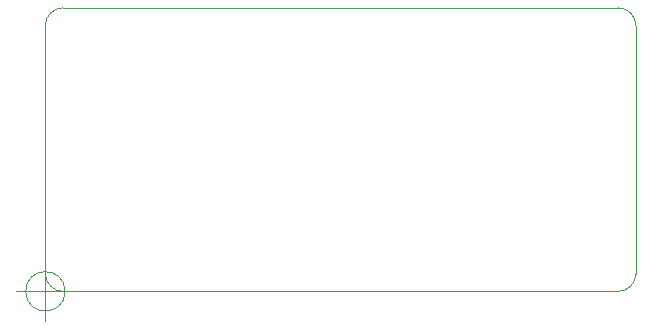
<source format=gbr>
G04 #@! TF.GenerationSoftware,KiCad,Pcbnew,(5.1.0)-1*
G04 #@! TF.CreationDate,2019-11-24T19:02:04+00:00*
G04 #@! TF.ProjectId,WebastoWBUSInterface,57656261-7374-46f5-9742-5553496e7465,rev?*
G04 #@! TF.SameCoordinates,Original*
G04 #@! TF.FileFunction,Profile,NP*
%FSLAX46Y46*%
G04 Gerber Fmt 4.6, Leading zero omitted, Abs format (unit mm)*
G04 Created by KiCad (PCBNEW (5.1.0)-1) date 2019-11-24 19:02:04*
%MOMM*%
%LPD*%
G04 APERTURE LIST*
%ADD10C,0.050000*%
G04 APERTURE END LIST*
D10*
X66666666Y-100000000D02*
G75*
G03X66666666Y-100000000I-1666666J0D01*
G01*
X62500000Y-100000000D02*
X67500000Y-100000000D01*
X65000000Y-97500000D02*
X65000000Y-102500000D01*
X113500000Y-76000000D02*
G75*
G02X115000000Y-77500000I0J-1500000D01*
G01*
X65000000Y-77500000D02*
G75*
G02X66500000Y-76000000I1500000J0D01*
G01*
X66500000Y-100000000D02*
G75*
G02X65000000Y-98500000I0J1500000D01*
G01*
X115000000Y-98500000D02*
G75*
G02X113500000Y-100000000I-1500000J0D01*
G01*
X115000000Y-77500000D02*
X115000000Y-82000000D01*
X65000000Y-82000000D02*
X65000000Y-77500000D01*
X65000000Y-98500000D02*
X65000000Y-82000000D01*
X113500000Y-100000000D02*
X66500000Y-100000000D01*
X115000000Y-82000000D02*
X115000000Y-98500000D01*
X66500000Y-76000000D02*
X113500000Y-76000000D01*
M02*

</source>
